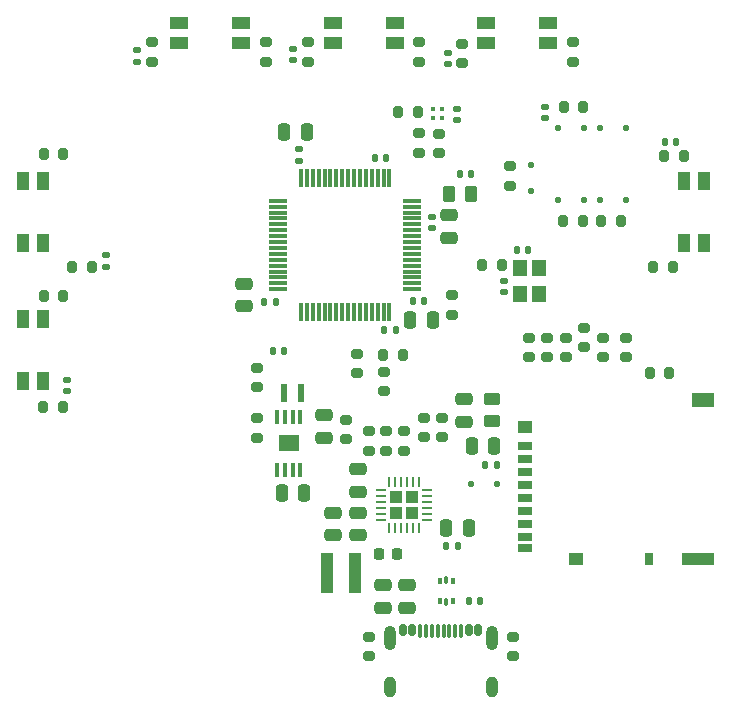
<source format=gbr>
%TF.GenerationSoftware,KiCad,Pcbnew,9.0.0*%
%TF.CreationDate,2025-03-31T19:39:25-04:00*%
%TF.ProjectId,nano405,6e616e6f-3430-4352-9e6b-696361645f70,A*%
%TF.SameCoordinates,Original*%
%TF.FileFunction,Paste,Top*%
%TF.FilePolarity,Positive*%
%FSLAX46Y46*%
G04 Gerber Fmt 4.6, Leading zero omitted, Abs format (unit mm)*
G04 Created by KiCad (PCBNEW 9.0.0) date 2025-03-31 19:39:25*
%MOMM*%
%LPD*%
G01*
G04 APERTURE LIST*
G04 Aperture macros list*
%AMRoundRect*
0 Rectangle with rounded corners*
0 $1 Rounding radius*
0 $2 $3 $4 $5 $6 $7 $8 $9 X,Y pos of 4 corners*
0 Add a 4 corners polygon primitive as box body*
4,1,4,$2,$3,$4,$5,$6,$7,$8,$9,$2,$3,0*
0 Add four circle primitives for the rounded corners*
1,1,$1+$1,$2,$3*
1,1,$1+$1,$4,$5*
1,1,$1+$1,$6,$7*
1,1,$1+$1,$8,$9*
0 Add four rect primitives between the rounded corners*
20,1,$1+$1,$2,$3,$4,$5,0*
20,1,$1+$1,$4,$5,$6,$7,0*
20,1,$1+$1,$6,$7,$8,$9,0*
20,1,$1+$1,$8,$9,$2,$3,0*%
G04 Aperture macros list end*
%ADD10RoundRect,0.250000X-0.250000X-0.475000X0.250000X-0.475000X0.250000X0.475000X-0.250000X0.475000X0*%
%ADD11RoundRect,0.200000X0.200000X0.275000X-0.200000X0.275000X-0.200000X-0.275000X0.200000X-0.275000X0*%
%ADD12RoundRect,0.140000X0.170000X-0.140000X0.170000X0.140000X-0.170000X0.140000X-0.170000X-0.140000X0*%
%ADD13RoundRect,0.200000X-0.275000X0.200000X-0.275000X-0.200000X0.275000X-0.200000X0.275000X0.200000X0*%
%ADD14RoundRect,0.125000X0.125000X0.125000X-0.125000X0.125000X-0.125000X-0.125000X0.125000X-0.125000X0*%
%ADD15RoundRect,0.200000X-0.200000X-0.275000X0.200000X-0.275000X0.200000X0.275000X-0.200000X0.275000X0*%
%ADD16RoundRect,0.100000X0.100000X0.100000X-0.100000X0.100000X-0.100000X-0.100000X0.100000X-0.100000X0*%
%ADD17RoundRect,0.200000X0.275000X-0.200000X0.275000X0.200000X-0.275000X0.200000X-0.275000X-0.200000X0*%
%ADD18RoundRect,0.140000X0.140000X0.170000X-0.140000X0.170000X-0.140000X-0.170000X0.140000X-0.170000X0*%
%ADD19RoundRect,0.250000X-0.475000X0.250000X-0.475000X-0.250000X0.475000X-0.250000X0.475000X0.250000X0*%
%ADD20R,1.550000X1.000000*%
%ADD21RoundRect,0.140000X-0.140000X-0.170000X0.140000X-0.170000X0.140000X0.170000X-0.140000X0.170000X0*%
%ADD22RoundRect,0.140000X-0.170000X0.140000X-0.170000X-0.140000X0.170000X-0.140000X0.170000X0.140000X0*%
%ADD23RoundRect,0.093750X0.093750X-0.156250X0.093750X0.156250X-0.093750X0.156250X-0.093750X-0.156250X0*%
%ADD24RoundRect,0.075000X0.075000X-0.250000X0.075000X0.250000X-0.075000X0.250000X-0.075000X-0.250000X0*%
%ADD25RoundRect,0.250000X0.250000X0.475000X-0.250000X0.475000X-0.250000X-0.475000X0.250000X-0.475000X0*%
%ADD26RoundRect,0.150000X-0.150000X-0.350000X0.150000X-0.350000X0.150000X0.350000X-0.150000X0.350000X0*%
%ADD27RoundRect,0.075000X-0.075000X-0.500000X0.075000X-0.500000X0.075000X0.500000X-0.075000X0.500000X0*%
%ADD28O,1.000000X2.100000*%
%ADD29O,1.000000X1.800000*%
%ADD30RoundRect,0.250000X-0.450000X0.262500X-0.450000X-0.262500X0.450000X-0.262500X0.450000X0.262500X0*%
%ADD31RoundRect,0.125000X-0.125000X-0.125000X0.125000X-0.125000X0.125000X0.125000X-0.125000X0.125000X0*%
%ADD32R,1.000000X1.550000*%
%ADD33RoundRect,0.250000X0.262500X0.450000X-0.262500X0.450000X-0.262500X-0.450000X0.262500X-0.450000X0*%
%ADD34R,0.980000X3.400000*%
%ADD35R,1.200000X0.700000*%
%ADD36R,0.800000X1.000000*%
%ADD37R,1.200000X1.000000*%
%ADD38R,2.800000X1.000000*%
%ADD39R,1.900000X1.300000*%
%ADD40RoundRect,0.250000X0.475000X-0.250000X0.475000X0.250000X-0.475000X0.250000X-0.475000X-0.250000X0*%
%ADD41R,0.550000X1.600000*%
%ADD42RoundRect,0.250000X0.295000X0.295000X-0.295000X0.295000X-0.295000X-0.295000X0.295000X-0.295000X0*%
%ADD43RoundRect,0.062500X0.350000X0.062500X-0.350000X0.062500X-0.350000X-0.062500X0.350000X-0.062500X0*%
%ADD44RoundRect,0.062500X0.062500X0.350000X-0.062500X0.350000X-0.062500X-0.350000X0.062500X-0.350000X0*%
%ADD45R,1.150000X1.400000*%
%ADD46RoundRect,0.225000X-0.225000X-0.250000X0.225000X-0.250000X0.225000X0.250000X-0.225000X0.250000X0*%
%ADD47R,0.330200X1.308100*%
%ADD48R,1.752600X1.447800*%
%ADD49RoundRect,0.075000X0.700000X0.075000X-0.700000X0.075000X-0.700000X-0.075000X0.700000X-0.075000X0*%
%ADD50RoundRect,0.075000X0.075000X0.700000X-0.075000X0.700000X-0.075000X-0.700000X0.075000X-0.700000X0*%
%ADD51RoundRect,0.125000X0.125000X-0.125000X0.125000X0.125000X-0.125000X0.125000X-0.125000X-0.125000X0*%
%ADD52RoundRect,0.147500X-0.147500X-0.172500X0.147500X-0.172500X0.147500X0.172500X-0.147500X0.172500X0*%
G04 APERTURE END LIST*
D10*
%TO.C,C42*%
X134700000Y-87225000D03*
X136600000Y-87225000D03*
%TD*%
%TO.C,C51*%
X120750000Y-84325000D03*
X122650000Y-84325000D03*
%TD*%
D11*
%TO.C,R3*%
X132250000Y-52025000D03*
X130600000Y-52025000D03*
%TD*%
D12*
%TO.C,C37*%
X134800000Y-48000000D03*
X134800000Y-47040000D03*
%TD*%
D13*
%TO.C,R47*%
X118650000Y-77950000D03*
X118650000Y-79600000D03*
%TD*%
D11*
%TO.C,R6*%
X146295000Y-51600000D03*
X144645000Y-51600000D03*
%TD*%
D14*
%TO.C,D5*%
X149870000Y-59450000D03*
X147670000Y-59450000D03*
%TD*%
D15*
%TO.C,R8*%
X147820000Y-61250000D03*
X149470000Y-61250000D03*
%TD*%
D16*
%TO.C,D1*%
X134350000Y-52550000D03*
X133550000Y-52550000D03*
X133550000Y-51750000D03*
X134350000Y-51750000D03*
%TD*%
D11*
%TO.C,R39*%
X130980000Y-72600000D03*
X129330000Y-72600000D03*
%TD*%
D17*
%TO.C,R24*%
X119400000Y-47775000D03*
X119400000Y-46125000D03*
%TD*%
D13*
%TO.C,R32*%
X136000000Y-46250000D03*
X136000000Y-47900000D03*
%TD*%
D11*
%TO.C,R29*%
X154800000Y-55800000D03*
X153150000Y-55800000D03*
%TD*%
D18*
%TO.C,C16*%
X138950000Y-81950000D03*
X137990000Y-81950000D03*
%TD*%
D13*
%TO.C,R4*%
X127125000Y-72525000D03*
X127125000Y-74175000D03*
%TD*%
D19*
%TO.C,C18*%
X136150000Y-76360000D03*
X136150000Y-78260000D03*
%TD*%
D20*
%TO.C,SW1*%
X112075000Y-44475000D03*
X117325000Y-44475000D03*
X112075000Y-46175000D03*
X117325000Y-46175000D03*
%TD*%
D12*
%TO.C,C39*%
X121725000Y-47655000D03*
X121725000Y-46695000D03*
%TD*%
D17*
%TO.C,R44*%
X131100000Y-80725000D03*
X131100000Y-79075000D03*
%TD*%
D13*
%TO.C,R1*%
X134100000Y-53875000D03*
X134100000Y-55525000D03*
%TD*%
D18*
%TO.C,C4*%
X120250000Y-68125000D03*
X119290000Y-68125000D03*
%TD*%
D11*
%TO.C,R25*%
X102250000Y-55600000D03*
X100600000Y-55600000D03*
%TD*%
D13*
%TO.C,R35*%
X123000000Y-46125000D03*
X123000000Y-47775000D03*
%TD*%
D19*
%TO.C,C8*%
X134950000Y-60775000D03*
X134950000Y-62675000D03*
%TD*%
D21*
%TO.C,C36*%
X153170000Y-54550000D03*
X154130000Y-54550000D03*
%TD*%
D22*
%TO.C,C7*%
X133500000Y-60920000D03*
X133500000Y-61880000D03*
%TD*%
D17*
%TO.C,R34*%
X132350000Y-47775000D03*
X132350000Y-46125000D03*
%TD*%
D23*
%TO.C,U4*%
X134162500Y-93475000D03*
D24*
X134700000Y-93550000D03*
D23*
X135237500Y-93475000D03*
X135237500Y-91775000D03*
D24*
X134700000Y-91700000D03*
D23*
X134162500Y-91775000D03*
%TD*%
D25*
%TO.C,C1*%
X133530000Y-69620000D03*
X131630000Y-69620000D03*
%TD*%
D12*
%TO.C,C34*%
X108500000Y-47785000D03*
X108500000Y-46825000D03*
%TD*%
D26*
%TO.C,J4*%
X131000000Y-95920000D03*
X131800000Y-95920000D03*
D27*
X132950000Y-95995000D03*
X133950000Y-95995000D03*
X134450000Y-95995000D03*
X135450000Y-95995000D03*
D26*
X136600000Y-95920000D03*
X137400000Y-95920000D03*
X137400000Y-95920000D03*
X136600000Y-95920000D03*
D27*
X135950000Y-95995000D03*
X134950000Y-95995000D03*
X133450000Y-95995000D03*
X132450000Y-95995000D03*
D26*
X131800000Y-95920000D03*
X131000000Y-95920000D03*
D28*
X129880000Y-96570000D03*
D29*
X129880000Y-100750000D03*
D28*
X138520000Y-96570000D03*
D29*
X138520000Y-100750000D03*
%TD*%
D22*
%TO.C,C13*%
X143070000Y-51600000D03*
X143070000Y-52560000D03*
%TD*%
D25*
%TO.C,C17*%
X138750000Y-80300000D03*
X136850000Y-80300000D03*
%TD*%
D22*
%TO.C,C11*%
X139550000Y-66320000D03*
X139550000Y-67280000D03*
%TD*%
D18*
%TO.C,C9*%
X136775000Y-57300000D03*
X135815000Y-57300000D03*
%TD*%
D22*
%TO.C,C10*%
X135625000Y-51745000D03*
X135625000Y-52705000D03*
%TD*%
D19*
%TO.C,C43*%
X127175000Y-85950000D03*
X127175000Y-87850000D03*
%TD*%
D30*
%TO.C,FB2*%
X138550000Y-76375000D03*
X138550000Y-78200000D03*
%TD*%
D21*
%TO.C,C3*%
X128640000Y-55900000D03*
X129600000Y-55900000D03*
%TD*%
D17*
%TO.C,R11*%
X147925000Y-72800000D03*
X147925000Y-71150000D03*
%TD*%
D13*
%TO.C,R41*%
X134350000Y-77925000D03*
X134350000Y-79575000D03*
%TD*%
D17*
%TO.C,R13*%
X143250000Y-72800000D03*
X143250000Y-71150000D03*
%TD*%
D11*
%TO.C,R7*%
X146220000Y-61250000D03*
X144570000Y-61250000D03*
%TD*%
D14*
%TO.C,D2*%
X149870000Y-53400000D03*
X147670000Y-53400000D03*
%TD*%
D31*
%TO.C,D7*%
X136750000Y-83525000D03*
X138950000Y-83525000D03*
%TD*%
D17*
%TO.C,R37*%
X128100000Y-98100000D03*
X128100000Y-96450000D03*
%TD*%
%TO.C,R30*%
X145400000Y-47800000D03*
X145400000Y-46150000D03*
%TD*%
D13*
%TO.C,R27*%
X109750000Y-46125000D03*
X109750000Y-47775000D03*
%TD*%
D32*
%TO.C,SW5*%
X98875000Y-74850000D03*
X98875000Y-69600000D03*
X100575000Y-74850000D03*
X100575000Y-69600000D03*
%TD*%
D17*
%TO.C,R36*%
X140300000Y-98100000D03*
X140300000Y-96450000D03*
%TD*%
D32*
%TO.C,SW2*%
X98875000Y-63100000D03*
X98875000Y-57850000D03*
X100575000Y-63100000D03*
X100575000Y-57850000D03*
%TD*%
D17*
%TO.C,R40*%
X129400000Y-75700000D03*
X129400000Y-74050000D03*
%TD*%
%TO.C,R12*%
X144825000Y-72800000D03*
X144825000Y-71150000D03*
%TD*%
D33*
%TO.C,FB1*%
X136775000Y-58950000D03*
X134950000Y-58950000D03*
%TD*%
D31*
%TO.C,D4*%
X144170000Y-59450000D03*
X146370000Y-59450000D03*
%TD*%
D34*
%TO.C,L1*%
X126950000Y-91100000D03*
X124580000Y-91100000D03*
%TD*%
D19*
%TO.C,C52*%
X124350000Y-77725000D03*
X124350000Y-79625000D03*
%TD*%
D11*
%TO.C,R31*%
X102250000Y-67600000D03*
X100600000Y-67600000D03*
%TD*%
D17*
%TO.C,R38*%
X135150000Y-69200000D03*
X135150000Y-67550000D03*
%TD*%
D13*
%TO.C,R14*%
X141675000Y-71150000D03*
X141675000Y-72800000D03*
%TD*%
D12*
%TO.C,C38*%
X102600000Y-75675000D03*
X102600000Y-74715000D03*
%TD*%
D35*
%TO.C,J2*%
X141350000Y-80300000D03*
X141350000Y-81400000D03*
X141350000Y-82500000D03*
X141350000Y-83600000D03*
X141350000Y-84700000D03*
X141350000Y-85800000D03*
X141350000Y-86900000D03*
X141350000Y-88000000D03*
X141350000Y-88950000D03*
D36*
X151850000Y-89900000D03*
D37*
X145650000Y-89900000D03*
D38*
X156000000Y-89900000D03*
D37*
X141350000Y-78750000D03*
D39*
X156450000Y-76400000D03*
%TD*%
D13*
%TO.C,R43*%
X128100000Y-79075000D03*
X128100000Y-80725000D03*
%TD*%
D40*
%TO.C,C46*%
X131350000Y-94000000D03*
X131350000Y-92100000D03*
%TD*%
D41*
%TO.C,L2*%
X120950000Y-75850000D03*
X122400000Y-75850000D03*
%TD*%
D18*
%TO.C,C6*%
X130400000Y-70500000D03*
X129440000Y-70500000D03*
%TD*%
D21*
%TO.C,C41*%
X134695000Y-88750000D03*
X135655000Y-88750000D03*
%TD*%
D42*
%TO.C,U3*%
X131762500Y-85975000D03*
X131762500Y-84625000D03*
X130412500Y-85975000D03*
X130412500Y-84625000D03*
D43*
X133050000Y-86550000D03*
X133050000Y-86050000D03*
X133050000Y-85550000D03*
X133050000Y-85050000D03*
X133050000Y-84550000D03*
X133050000Y-84050000D03*
D44*
X132337500Y-83337500D03*
X131837500Y-83337500D03*
X131337500Y-83337500D03*
X130837500Y-83337500D03*
X130337500Y-83337500D03*
X129837500Y-83337500D03*
D43*
X129125000Y-84050000D03*
X129125000Y-84550000D03*
X129125000Y-85050000D03*
X129125000Y-85550000D03*
X129125000Y-86050000D03*
X129125000Y-86550000D03*
D44*
X129837500Y-87262500D03*
X130337500Y-87262500D03*
X130837500Y-87262500D03*
X131337500Y-87262500D03*
X131837500Y-87262500D03*
X132337500Y-87262500D03*
%TD*%
D17*
%TO.C,R10*%
X149875000Y-72800000D03*
X149875000Y-71150000D03*
%TD*%
D45*
%TO.C,Y1*%
X142555000Y-67430000D03*
X142555000Y-65230000D03*
X140955000Y-65230000D03*
X140955000Y-67430000D03*
%TD*%
D25*
%TO.C,C14*%
X122850000Y-53700000D03*
X120950000Y-53700000D03*
%TD*%
D20*
%TO.C,SW6*%
X125075000Y-44475000D03*
X130325000Y-44475000D03*
X125075000Y-46175000D03*
X130325000Y-46175000D03*
%TD*%
D46*
%TO.C,C45*%
X128950000Y-89425000D03*
X130500000Y-89425000D03*
%TD*%
D18*
%TO.C,C5*%
X132800000Y-68000000D03*
X131840000Y-68000000D03*
%TD*%
D32*
%TO.C,SW3*%
X156500000Y-57850000D03*
X156500000Y-63100000D03*
X154800000Y-57850000D03*
X154800000Y-63100000D03*
%TD*%
D13*
%TO.C,R2*%
X132350000Y-53850000D03*
X132350000Y-55500000D03*
%TD*%
D19*
%TO.C,C48*%
X129300000Y-92100000D03*
X129300000Y-94000000D03*
%TD*%
D13*
%TO.C,R42*%
X132825000Y-77925000D03*
X132825000Y-79575000D03*
%TD*%
D15*
%TO.C,R5*%
X137750000Y-64980000D03*
X139400000Y-64980000D03*
%TD*%
D13*
%TO.C,R46*%
X126225000Y-78100000D03*
X126225000Y-79750000D03*
%TD*%
D15*
%TO.C,R28*%
X103000000Y-65125000D03*
X104650000Y-65125000D03*
%TD*%
D17*
%TO.C,R45*%
X129600000Y-80725000D03*
X129600000Y-79075000D03*
%TD*%
D31*
%TO.C,D3*%
X144170000Y-53400000D03*
X146370000Y-53400000D03*
%TD*%
D47*
%TO.C,U6*%
X122324999Y-77900000D03*
X121675001Y-77900000D03*
X121024999Y-77900000D03*
X120375001Y-77900000D03*
X120375001Y-82306900D03*
X121024999Y-82306900D03*
X121675001Y-82306900D03*
X122324999Y-82306900D03*
D48*
X121350000Y-80103450D03*
%TD*%
D12*
%TO.C,C2*%
X122200000Y-56160000D03*
X122200000Y-55200000D03*
%TD*%
D49*
%TO.C,U1*%
X131800000Y-67050000D03*
X131800000Y-66550000D03*
X131800000Y-66050000D03*
X131800000Y-65550000D03*
X131800000Y-65050000D03*
X131800000Y-64550000D03*
X131800000Y-64050000D03*
X131800000Y-63550000D03*
X131800000Y-63050000D03*
X131800000Y-62550000D03*
X131800000Y-62050000D03*
X131800000Y-61550000D03*
X131800000Y-61050000D03*
X131800000Y-60550000D03*
X131800000Y-60050000D03*
X131800000Y-59550000D03*
D50*
X129875000Y-57625000D03*
X129375000Y-57625000D03*
X128875000Y-57625000D03*
X128375000Y-57625000D03*
X127875000Y-57625000D03*
X127375000Y-57625000D03*
X126875000Y-57625000D03*
X126375000Y-57625000D03*
X125875000Y-57625000D03*
X125375000Y-57625000D03*
X124875000Y-57625000D03*
X124375000Y-57625000D03*
X123875000Y-57625000D03*
X123375000Y-57625000D03*
X122875000Y-57625000D03*
X122375000Y-57625000D03*
D49*
X120450000Y-59550000D03*
X120450000Y-60050000D03*
X120450000Y-60550000D03*
X120450000Y-61050000D03*
X120450000Y-61550000D03*
X120450000Y-62050000D03*
X120450000Y-62550000D03*
X120450000Y-63050000D03*
X120450000Y-63550000D03*
X120450000Y-64050000D03*
X120450000Y-64550000D03*
X120450000Y-65050000D03*
X120450000Y-65550000D03*
X120450000Y-66050000D03*
X120450000Y-66550000D03*
X120450000Y-67050000D03*
D50*
X122375000Y-68975000D03*
X122875000Y-68975000D03*
X123375000Y-68975000D03*
X123875000Y-68975000D03*
X124375000Y-68975000D03*
X124875000Y-68975000D03*
X125375000Y-68975000D03*
X125875000Y-68975000D03*
X126375000Y-68975000D03*
X126875000Y-68975000D03*
X127375000Y-68975000D03*
X127875000Y-68975000D03*
X128375000Y-68975000D03*
X128875000Y-68975000D03*
X129375000Y-68975000D03*
X129875000Y-68975000D03*
%TD*%
D12*
%TO.C,C35*%
X105850000Y-65125000D03*
X105850000Y-64165000D03*
%TD*%
D15*
%TO.C,R26*%
X152225000Y-65150000D03*
X153875000Y-65150000D03*
%TD*%
%TO.C,R16*%
X151900000Y-74150000D03*
X153550000Y-74150000D03*
%TD*%
D40*
%TO.C,C47*%
X127175000Y-84200000D03*
X127175000Y-82300000D03*
%TD*%
D19*
%TO.C,C15*%
X117525000Y-66600000D03*
X117525000Y-68500000D03*
%TD*%
D51*
%TO.C,D6*%
X141820000Y-58700000D03*
X141820000Y-56500000D03*
%TD*%
D20*
%TO.C,SW4*%
X138075000Y-44475000D03*
X143325000Y-44475000D03*
X138075000Y-46175000D03*
X143325000Y-46175000D03*
%TD*%
D21*
%TO.C,C40*%
X136600000Y-93425000D03*
X137560000Y-93425000D03*
%TD*%
D15*
%TO.C,R33*%
X100575000Y-76975000D03*
X102225000Y-76975000D03*
%TD*%
D21*
%TO.C,C12*%
X140650000Y-63730000D03*
X141610000Y-63730000D03*
%TD*%
D13*
%TO.C,R9*%
X140070000Y-56650000D03*
X140070000Y-58300000D03*
%TD*%
D19*
%TO.C,C44*%
X125125000Y-85950000D03*
X125125000Y-87850000D03*
%TD*%
D17*
%TO.C,R15*%
X146350000Y-70300000D03*
X146350000Y-71950000D03*
%TD*%
D52*
%TO.C,D8*%
X120015000Y-72250000D03*
X120985000Y-72250000D03*
%TD*%
D13*
%TO.C,R48*%
X118650000Y-75350000D03*
X118650000Y-73700000D03*
%TD*%
M02*

</source>
